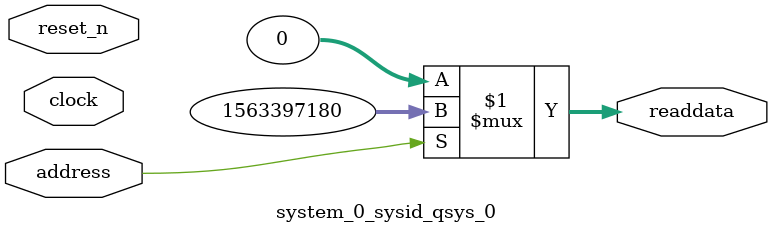
<source format=v>

`timescale 1ns / 1ps
// synthesis translate_on

// turn off superfluous verilog processor warnings 
// altera message_level Level1 
// altera message_off 10034 10035 10036 10037 10230 10240 10030 

module system_0_sysid_qsys_0 (
               // inputs:
                address,
                clock,
                reset_n,

               // outputs:
                readdata
             )
;

  output  [ 31: 0] readdata;
  input            address;
  input            clock;
  input            reset_n;

  wire    [ 31: 0] readdata;
  //control_slave, which is an e_avalon_slave
  assign readdata = address ? 1563397180 : 0;

endmodule




</source>
